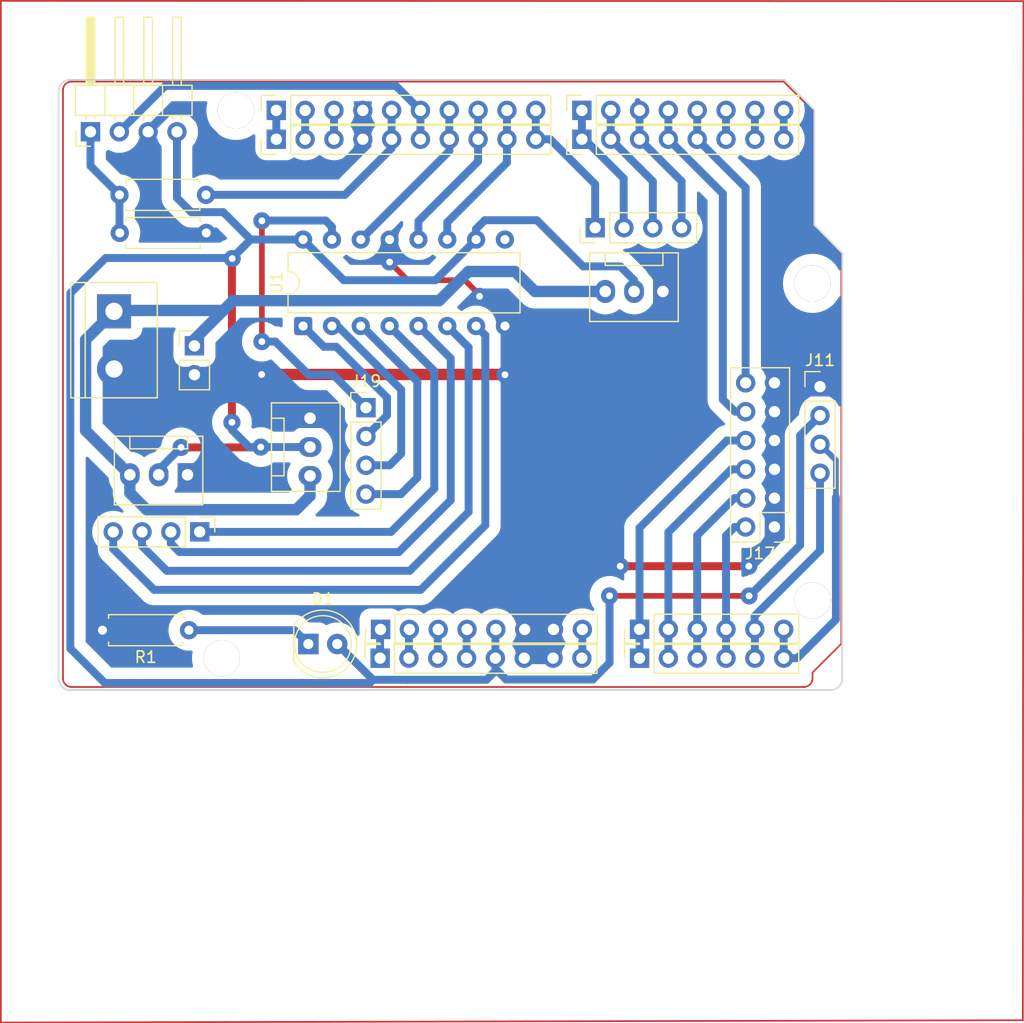
<source format=kicad_pcb>
(kicad_pcb (version 20241229) (generator "pcbnew") (generator_version "9.0")
  (title_block (date "mar. 31 mars 2015"))
  (layers (0 "F.Cu" signal) (2 "B.Cu" signal) (13 "F.Paste" user) (15 "B.Paste" user) (5 "F.SilkS" user "F.Silkscreen") (7 "B.SilkS" user "B.Silkscreen") (1 "F.Mask" user) (3 "B.Mask" user) (25 "Edge.Cuts" user))
  (net 0 "")
  (net 1 "unconnected-(J1-Pin_1-Pad1)")
  (net 2 "+5V")
  (net 3 "/IOREF")
  (net 4 "/A0")
  (net 5 "/A1")
  (net 6 "/A2")
  (net 7 "/A3")
  (net 8 "/SDA{slash}A4")
  (net 9 "/SCL{slash}A5")
  (net 10 "/13")
  (net 11 "/12")
  (net 12 "/AREF")
  (net 13 "/8")
  (net 14 "/7")
  (net 15 "/4")
  (net 16 "/TX{slash}1")
  (net 17 "/RX{slash}0")
  (net 18 "Earth")
  (net 19 "Vdrive")
  (net 20 "Net-(D1-K)")
  (net 21 "Net-(J19-Pin_1)")
  (net 22 "Net-(J19-Pin_2)")
  (net 23 "Net-(J19-Pin_4)")
  (net 24 "Net-(J19-Pin_3)")
  (net 25 "unconnected-(J1-Pin_4-Pad4)")
  (net 26 "/Vin")
  (net 28 "/~{RESET}")
  (net 29 "/*11")
  (net 30 "/*10")
  (net 31 "/*9")
  (net 32 "/2")
  (net 33 "/*3")
  (net 34 "/*6")
  (net 35 "/*5")
  (net 36 "Net-(J10-Pin_1)")
  (net 37 "Net-(J12-Pin_2)")
  (net 38 "Net-(J12-Pin_1)")
  (net 39 "Net-(J12-Pin_4)")
  (net 40 "Net-(J12-Pin_3)")
  (footprint "Connector:FanPinHeader_1x03_P2.54mm_Vertical" (layer "F.Cu") (at 156.0947 92.2952 -90)
    (property "Reference" "J18" (hide yes))
    (property "Value" "Drivers VCC" (hide yes))
    (pad "1" thru_hole rect (at 0 0) (size 2.03 1.73) (drill 1.02) (layers "*.Cu" "*.Mask") (net 18 "Earth"))
    (pad "2" thru_hole oval (at 2.54 0) (size 2.03 1.73) (drill 1.02) (layers "*.Cu" "*.Mask") (net 2 "+5V"))
    (pad "3" thru_hole oval (at 5.08 0) (size 2.03 1.73) (drill 1.02) (layers "*.Cu" "*.Mask") (net 19 "Vdrive"))
  )
  (footprint "LED_THT:LED_D5.0mm" (layer "F.Cu") (at 155.9512 112.192)
    (property "Reference" "D1" (at 1.27 -3.96 0) (layer "F.SilkS"))
    (property "Value" "LED")
    (pad "1" thru_hole rect (at 0 0) (size 1.8 1.8) (drill 0.9) (layers "*.Cu" "*.Mask") (net 20 "Net-(D1-K)"))
    (pad "2" thru_hole circle (at 2.54 0) (size 1.8 1.8) (drill 0.9) (layers "*.Cu" "*.Mask") (net 2 "+5V"))
  )
  (footprint "Resistor_THT:R_Axial_DIN0207_L6.3mm_D2.5mm_P7.62mm_Horizontal" (layer "F.Cu") (at 145.4279 110.9728 180)
    (property "Reference" "R1" (at 3.81 -2.37 0) (layer "F.SilkS"))
    (property "Value" "1k")
    (pad "1" thru_hole circle (at 0 0 180) (size 1.6 1.6) (drill 0.8) (layers "*.Cu" "*.Mask") (net 20 "Net-(D1-K)"))
    (pad "2" thru_hole oval (at 7.62 0 180) (size 1.6 1.6) (drill 0.8) (layers "*.Cu" "*.Mask") (net 18 "Earth"))
  )
  (footprint "Connector_PinSocket_2.54mm:PinSocket_1x10_P2.54mm_Vertical" (layer "F.Cu") (at 153.1241 65.1766 90)
    (property "Reference" "J2" (hide yes))
    (property "Value" "Digital/PWM" (hide yes))
    (pad "1" thru_hole rect (at 0 0 90) (size 1.7 1.7) (drill 1) (layers "*.Cu" "*.Mask") (net 9 "/SCL{slash}A5"))
    (pad "2" thru_hole oval (at 0 2.54 90) (size 1.7 1.7) (drill 1) (layers "*.Cu" "*.Mask") (net 8 "/SDA{slash}A4"))
    (pad "3" thru_hole oval (at 0 5.08 90) (size 1.7 1.7) (drill 1) (layers "*.Cu" "*.Mask") (net 12 "/AREF"))
    (pad "4" thru_hole oval (at 0 7.62 90) (size 1.7 1.7) (drill 1) (layers "*.Cu" "*.Mask") (net 18 "Earth"))
    (pad "5" thru_hole oval (at 0 10.16 90) (size 1.7 1.7) (drill 1) (layers "*.Cu" "*.Mask") (net 10 "/13"))
    (pad "6" thru_hole oval (at 0 12.7 90) (size 1.7 1.7) (drill 1) (layers "*.Cu" "*.Mask") (net 11 "/12"))
    (pad "7" thru_hole oval (at 0 15.24 90) (size 1.7 1.7) (drill 1) (layers "*.Cu" "*.Mask") (net 29 "/*11"))
    (pad "8" thru_hole oval (at 0 17.78 90) (size 1.7 1.7) (drill 1) (layers "*.Cu" "*.Mask") (net 30 "/*10"))
    (pad "9" thru_hole oval (at 0 20.32 90) (size 1.7 1.7) (drill 1) (layers "*.Cu" "*.Mask") (net 31 "/*9"))
    (pad "10" thru_hole oval (at 0 22.86 90) (size 1.7 1.7) (drill 1) (layers "*.Cu" "*.Mask") (net 13 "/8"))
  )
  (footprint "Resistor_THT:R_Axial_DIN0207_L6.3mm_D2.5mm_P7.62mm_Horizontal" (layer "F.Cu") (at 146.9265 72.6188 180)
    (property "Reference" "R2" (hide yes))
    (property "Value" "1k" (hide yes))
    (pad "1" thru_hole circle (at 0 0 180) (size 1.6 1.6) (drill 0.8) (layers "*.Cu" "*.Mask") (net 10 "/13"))
    (pad "2" thru_hole oval (at 7.62 0 180) (size 1.6 1.6) (drill 0.8) (layers "*.Cu" "*.Mask") (net 36 "Net-(J10-Pin_1)"))
  )
  (footprint "Connector_PinHeader_2.54mm:PinHeader_1x10_P2.54mm_Vertical" (layer "F.Cu") (at 153.1241 67.7166 90)
    (property "Reference" "J15" (hide yes))
    (property "Value" "Digital/PWM" (hide yes))
    (pad "1" thru_hole rect (at 0 0 90) (size 1.7 1.7) (drill 1) (layers "*.Cu" "*.Mask") (net 9 "/SCL{slash}A5"))
    (pad "2" thru_hole oval (at 0 2.54 90) (size 1.7 1.7) (drill 1) (layers "*.Cu" "*.Mask") (net 8 "/SDA{slash}A4"))
    (pad "3" thru_hole oval (at 0 5.08 90) (size 1.7 1.7) (drill 1) (layers "*.Cu" "*.Mask") (net 12 "/AREF"))
    (pad "4" thru_hole oval (at 0 7.62 90) (size 1.7 1.7) (drill 1) (layers "*.Cu" "*.Mask") (net 18 "Earth"))
    (pad "5" thru_hole oval (at 0 10.16 90) (size 1.7 1.7) (drill 1) (layers "*.Cu" "*.Mask") (net 10 "/13"))
    (pad "6" thru_hole oval (at 0 12.7 90) (size 1.7 1.7) (drill 1) (layers "*.Cu" "*.Mask") (net 11 "/12"))
    (pad "7" thru_hole oval (at 0 15.24 90) (size 1.7 1.7) (drill 1) (layers "*.Cu" "*.Mask") (net 29 "/*11"))
    (pad "8" thru_hole oval (at 0 17.78 90) (size 1.7 1.7) (drill 1) (layers "*.Cu" "*.Mask") (net 30 "/*10"))
    (pad "9" thru_hole oval (at 0 20.32 90) (size 1.7 1.7) (drill 1) (layers "*.Cu" "*.Mask") (net 31 "/*9"))
    (pad "10" thru_hole oval (at 0 22.86 90) (size 1.7 1.7) (drill 1) (layers "*.Cu" "*.Mask") (net 13 "/8"))
  )
  (footprint "Connector_PinHeader_2.54mm:PinHeader_1x08_P2.54mm_Vertical" (layer "F.Cu") (at 180.0481 67.7166 90)
    (property "Reference" "J16" (hide yes))
    (property "Value" "Digital/PWM" (hide yes))
    (pad "1" thru_hole rect (at 0 0 90) (size 1.7 1.7) (drill 1) (layers "*.Cu" "*.Mask") (net 14 "/7"))
    (pad "2" thru_hole oval (at 0 2.54 90) (size 1.7 1.7) (drill 1) (layers "*.Cu" "*.Mask") (net 34 "/*6"))
    (pad "3" thru_hole oval (at 0 5.08 90) (size 1.7 1.7) (drill 1) (layers "*.Cu" "*.Mask") (net 35 "/*5"))
    (pad "4" thru_hole oval (at 0 7.62 90) (size 1.7 1.7) (drill 1) (layers "*.Cu" "*.Mask") (net 15 "/4"))
    (pad "5" thru_hole oval (at 0 10.16 90) (size 1.7 1.7) (drill 1) (layers "*.Cu" "*.Mask") (net 33 "/*3"))
    (pad "6" thru_hole oval (at 0 12.7 90) (size 1.7 1.7) (drill 1) (layers "*.Cu" "*.Mask") (net 32 "/2"))
    (pad "7" thru_hole oval (at 0 15.24 90) (size 1.7 1.7) (drill 1) (layers "*.Cu" "*.Mask") (net 16 "/TX{slash}1"))
    (pad "8" thru_hole oval (at 0 17.78 90) (size 1.7 1.7) (drill 1) (layers "*.Cu" "*.Mask") (net 17 "/RX{slash}0"))
  )
  (footprint "Arduino_MountingHole:MountingHole_3.2mm" (layer "F.Cu") (at 200.3681 80.4166)
    (property "Reference" "MH3" (hide yes))
    (property "Value" "MountingHole_3.2mm" (hide yes))
    (pad "" thru_hole circle (at 0 0) (size 3.2 3.2) (drill 3.2) (layers "*.Cu" "*.Mask"))
  )
  (footprint "Connector:FanPinHeader_1x03_P2.54mm_Vertical" (layer "F.Cu") (at 187.1855 81.1278 180)
    (property "Reference" "J18" (hide yes))
    (property "Value" "Drivers VCC" (hide yes))
    (pad "1" thru_hole rect (at 0 0 270) (size 2.03 1.73) (drill 1.02) (layers "*.Cu" "*.Mask") (net 18 "Earth"))
    (pad "2" thru_hole oval (at 2.54 0 270) (size 2.03 1.73) (drill 1.02) (layers "*.Cu" "*.Mask") (net 2 "+5V"))
    (pad "3" thru_hole oval (at 5.08 0 270) (size 2.03 1.73) (drill 1.02) (layers "*.Cu" "*.Mask") (net 19 "Vdrive"))
  )
  (footprint "Connector_PinHeader_2.54mm:PinHeader_2x06_P2.54mm_Vertical" (layer "F.Cu") (at 197.0153 101.8796 180)
    (property "Reference" "J17" (at 1.27 -2.33 0) (layer "F.SilkS"))
    (property "Value" "Sensores")
    (pad "1" thru_hole rect (at 0 0 180) (size 1.7 1.7) (drill 1) (layers "*.Cu" "*.Mask") (net 18 "Earth"))
    (pad "2" thru_hole oval (at 2.54 0 180) (size 1.7 1.7) (drill 1) (layers "*.Cu" "*.Mask") (net 7 "/A3"))
    (pad "3" thru_hole oval (at 0 2.54 180) (size 1.7 1.7) (drill 1) (layers "*.Cu" "*.Mask") (net 18 "Earth"))
    (pad "4" thru_hole oval (at 2.54 2.54 180) (size 1.7 1.7) (drill 1) (layers "*.Cu" "*.Mask") (net 6 "/A2"))
    (pad "5" thru_hole oval (at 0 5.08 180) (size 1.7 1.7) (drill 1) (layers "*.Cu" "*.Mask") (net 18 "Earth"))
    (pad "6" thru_hole oval (at 2.54 5.08 180) (size 1.7 1.7) (drill 1) (layers "*.Cu" "*.Mask") (net 5 "/A1"))
    (pad "7" thru_hole oval (at 0 7.62 180) (size 1.7 1.7) (drill 1) (layers "*.Cu" "*.Mask") (net 18 "Earth"))
    (pad "8" thru_hole oval (at 2.54 7.62 180) (size 1.7 1.7) (drill 1) (layers "*.Cu" "*.Mask") (net 4 "/A0"))
    (pad "9" thru_hole oval (at 0 10.16 180) (size 1.7 1.7) (drill 1) (layers "*.Cu" "*.Mask") (net 18 "Earth"))
    (pad "10" thru_hole oval (at 2.54 10.16 180) (size 1.7 1.7) (drill 1) (layers "*.Cu" "*.Mask") (net 15 "/4"))
    (pad "11" thru_hole oval (at 0 12.7 180) (size 1.7 1.7) (drill 1) (layers "*.Cu" "*.Mask") (net 18 "Earth"))
    (pad "12" thru_hole oval (at 2.54 12.7 180) (size 1.7 1.7) (drill 1) (layers "*.Cu" "*.Mask") (net 33 "/*3"))
  )
  (footprint "Connector_PinHeader_2.54mm:PinHeader_1x08_P2.54mm_Vertical" (layer "F.Cu") (at 162.3081 110.9066 90)
    (property "Reference" "J13" (hide yes))
    (property "Value" "Power" (hide yes))
    (pad "1" thru_hole rect (at 0 0 90) (size 1.7 1.7) (drill 1) (layers "*.Cu" "*.Mask") (net 1 "unconnected-(J1-Pin_1-Pad1)"))
    (pad "2" thru_hole oval (at 0 2.54 90) (size 1.7 1.7) (drill 1) (layers "*.Cu" "*.Mask") (net 3 "/IOREF"))
    (pad "3" thru_hole oval (at 0 5.08 90) (size 1.7 1.7) (drill 1) (layers "*.Cu" "*.Mask") (net 28 "/~{RESET}"))
    (pad "4" thru_hole oval (at 0 7.62 90) (size 1.7 1.7) (drill 1) (layers "*.Cu" "*.Mask") (net 25 "unconnected-(J1-Pin_4-Pad4)"))
    (pad "5" thru_hole oval (at 0 10.16 90) (size 1.7 1.7) (drill 1) (layers "*.Cu" "*.Mask") (net 2 "+5V"))
    (pad "6" thru_hole oval (at 0 12.7 90) (size 1.7 1.7) (drill 1) (layers "*.Cu" "*.Mask") (net 18 "Earth"))
    (pad "7" thru_hole oval (at 0 15.24 90) (size 1.7 1.7) (drill 1) (layers "*.Cu" "*.Mask") (net 18 "Earth"))
    (pad "8" thru_hole oval (at 0 17.78 90) (size 1.7 1.7) (drill 1) (layers "*.Cu" "*.Mask") (net 26 "/Vin"))
  )
  (footprint "Connector_PinHeader_2.54mm:PinHeader_1x04_P2.54mm_Vertical" (layer "F.Cu") (at 146.3745 102.3126 -90)
    (property "Reference" "J12" (hide yes))
    (property "Value" "MYF" (hide yes))
    (pad "1" thru_hole rect (at 0 0 270) (size 1.7 1.7) (drill 1) (layers "*.Cu" "*.Mask") (net 38 "Net-(J12-Pin_1)"))
    (pad "2" thru_hole oval (at 0 2.54 270) (size 1.7 1.7) (drill 1) (layers "*.Cu" "*.Mask") (net 37 "Net-(J12-Pin_2)"))
    (pad "3" thru_hole oval (at 0 5.08 270) (size 1.7 1.7) (drill 1) (layers "*.Cu" "*.Mask") (net 40 "Net-(J12-Pin_3)"))
    (pad "4" thru_hole oval (at 0 7.62 270) (size 1.7 1.7) (drill 1) (layers "*.Cu" "*.Mask") (net 39 "Net-(J12-Pin_4)"))
  )
  (footprint "Connector_PinHeader_2.54mm:PinHeader_1x02_P2.54mm_Vertical" (layer "F.Cu") (at 145.9105 85.9234)
    (property "Reference" "J8" (hide yes))
    (property "Value" "FAN")
    (pad "1" thru_hole rect (at 0 0) (size 1.7 1.7) (drill 1) (layers "*.Cu" "*.Mask") (net 19 "Vdrive"))
    (pad "2" thru_hole oval (at 0 2.54) (size 1.7 1.7) (drill 1) (layers "*.Cu" "*.Mask") (net 18 "Earth"))
  )
  (footprint "Connector_PinHeader_2.54mm:PinHeader_1x06_P2.54mm_Vertical" (layer "F.Cu") (at 185.1281 110.8966 90)
    (property "Reference" "J14" (hide yes))
    (property "Value" "Analog" (hide yes))
    (pad "1" thru_hole rect (at 0 0 90) (size 1.7 1.7) (drill 1) (layers "*.Cu" "*.Mask") (net 4 "/A0"))
    (pad "2" thru_hole oval (at 0 2.54 90) (size 1.7 1.7) (drill 1) (layers "*.Cu" "*.Mask") (net 5 "/A1"))
    (pad "3" thru_hole oval (at 0 5.08 90) (size 1.7 1.7) (drill 1) (layers "*.Cu" "*.Mask") (net 6 "/A2"))
    (pad "4" thru_hole oval (at 0 7.62 90) (size 1.7 1.7) (drill 1) (layers "*.Cu" "*.Mask") (net 7 "/A3"))
    (pad "5" thru_hole oval (at 0 10.16 90) (size 1.7 1.7) (drill 1) (layers "*.Cu" "*.Mask") (net 8 "/SDA{slash}A4"))
    (pad "6" thru_hole oval (at 0 12.7 90) (size 1.7 1.7) (drill 1) (layers "*.Cu" "*.Mask") (net 9 "/SCL{slash}A5"))
  )
  (footprint "Resistor_THT:R_Axial_DIN0207_L6.3mm_D2.5mm_P7.62mm_Horizontal" (layer "F.Cu") (at 146.9519 75.9716 180)
    (property "Reference" "R3" (hide yes))
    (property "Value" "1.8k" (hide yes))
    (pad "1" thru_hole circle (at 0 0 180) (size 1.6 1.6) (drill 0.8) (layers "*.Cu" "*.Mask") (net 18 "Earth"))
    (pad "2" thru_hole oval (at 7.62 0 180) (size 1.6 1.6) (drill 0.8) (layers "*.Cu" "*.Mask") (net 36 "Net-(J10-Pin_1)"))
  )
  (footprint "Connector_PinHeader_2.54mm:PinHeader_1x04_P2.54mm_Vertical" (layer "F.Cu") (at 201.0285 89.5198)
    (property "Reference" "J11" (at 0 -2.33 0) (layer "F.SilkS"))
    (property "Value" "I2C")
    (pad "1" thru_hole rect (at 0 0) (size 1.7 1.7) (drill 1) (layers "*.Cu" "*.Mask") (net 18 "Earth"))
    (pad "2" thru_hole oval (at 0 2.54) (size 1.7 1.7) (drill 1) (layers "*.Cu" "*.Mask") (net 2 "+5V"))
    (pad "3" thru_hole oval (at 0 5.08) (size 1.7 1.7) (drill 1) (layers "*.Cu" "*.Mask") (net 9 "/SCL{slash}A5"))
    (pad "4" thru_hole oval (at 0 7.62) (size 1.7 1.7) (drill 1) (layers "*.Cu" "*.Mask") (net 8 "/SDA{slash}A4"))
  )
  (footprint "Connector_PinSocket_2.54mm:PinSocket_1x08_P2.54mm_Vertical" (layer "F.Cu") (at 162.2681 113.4366 90)
    (property "Reference" "J1" (hide yes))
    (property "Value" "Power" (hide yes))
    (pad "1" thru_hole rect (at 0 0 90) (size 1.7 1.7) (drill 1) (layers "*.Cu" "*.Mask") (net 1 "unconnected-(J1-Pin_1-Pad1)"))
    (pad "2" thru_hole oval (at 0 2.54 90) (size 1.7 1.7) (drill 1) (layers "*.Cu" "*.Mask") (net 3 "/IOREF"))
    (pad "3" thru_hole oval (at 0 5.08 90) (size 1.7 1.7) (drill 1) (layers "*.Cu" "*.Mask") (net 28 "/~{RESET}"))
    (pad "4" thru_hole oval (at 0 7.62 90) (size 1.7 1.7) (drill 1) (layers "*.Cu" "*.Mask") (net 25 "unconnected-(J1-Pin_4-Pad4)"))
    (pad "5" thru_hole oval (at 0 10.16 90) (size 1.7 1.7) (drill 1) (layers "*.Cu" "*.Mask") (net 2 "+5V"))
    (pad "6" thru_hole oval (at 0 12.7 90) (size 1.7 1.7) (drill 1) (layers "*.Cu" "*.Mask") (net 18 "Earth"))
    (pad "7" thru_hole oval (at 0 15.24 90) (size 1.7 1.7) (drill 1) (layers "*.Cu" "*.Mask") (net 18 "Earth"))
    (pad "8" thru_hole oval (at 0 17.78 90) (size 1.7 1.7) (drill 1) (layers "*.Cu" "*.Mask") (net 26 "/Vin"))
  )
  (footprint "Arduino_MountingHole:MountingHole_3.2mm" (layer "F.Cu") (at 149.5681 65.1766)
    (property "Reference" "MH1" (hide yes))
    (property "Value" "MountingHole_3.2mm" (hide yes))
    (pad "" thru_hole circle (at 0 0) (size 3.2 3.2) (drill 3.2) (layers "*.Cu" "*.Mask"))
  )
  (footprint "Package_DIP:DIP-16_W7.62mm" (layer "F.Cu") (at 155.4863 84.1758 90)
    (property "Reference" "U1" (at 3.81 -2.33 90) (layer "F.SilkS"))
    (property "Value" "74HC595")
    (pad "1" thru_hole roundrect (at 0 0 90) (size 1.6 1.6) (drill 0.8) (layers "*.Cu" "*.Mask") (roundrect_rratio 0.15625) (net 22 "Net-(J19-Pin_2)"))
    (pad "2" thru_hole circle (at 0 2.54 90) (size 1.6 1.6) (drill 0.8) (layers "*.Cu" "*.Mask") (net 24 "Net-(J19-Pin_3)"))
    (pad "3" thru_hole circle (at 0 5.08 90) (size 1.6 1.6) (drill 0.8) (layers "*.Cu" "*.Mask") (net 23 "Net-(J19-Pin_4)"))
    (pad "4" thru_hole circle (at 0 7.62 90) (size 1.6 1.6) (drill 0.8) (layers "*.Cu" "*.Mask") (net 38 "Net-(J12-Pin_1)"))
    (pad "5" thru_hole circle (at 0 10.16 90) (size 1.6 1.6) (drill 0.8) (layers "*.Cu" "*.Mask") (net 37 "Net-(J12-Pin_2)"))
    (pad "6" thru_hole circle (at 0 12.7 90) (size 1.6 1.6) (drill 0.8) (layers "*.Cu" "*.Mask") (net 40 "Net-(J12-Pin_3)"))
    (pad "7" thru_hole circle (at 0 15.24 90) (size 1.6 1.6) (drill 0.8) (layers "*.Cu" "*.Mask") (net 39 "Net-(J12-Pin_4)"))
    (pad "8" thru_hole circle (at 0 17.78 90) (size 1.6 1.6) (drill 0.8) (layers "*.Cu" "*.Mask") (net 18 "Earth"))
    (pad "9" thru_hole circle (at 7.62 17.78 90) (size 1.6 1.6) (drill 0.8) (layers "*.Cu" "*.Mask"))
    (pad "10" thru_hole circle (at 7.62 15.24 90) (size 1.6 1.6) (drill 0.8) (layers "*.Cu" "*.Mask") (net 2 "+5V"))
    (pad "11" thru_hole circle (at 7.62 12.7 90) (size 1.6 1.6) (drill 0.8) (layers "*.Cu" "*.Mask") (net 31 "/*9"))
    (pad "12" thru_hole circle (at 7.62 10.16 90) (size 1.6 1.6) (drill 0.8) (layers "*.Cu" "*.Mask") (net 30 "/*10"))
    (pad "13" thru_hole circle (at 7.62 7.62 90) (size 1.6 1.6) (drill 0.8) (layers "*.Cu" "*.Mask") (net 18 "Earth"))
    (pad "14" thru_hole circle (at 7.62 5.08 90) (size 1.6 1.6) (drill 0.8) (layers "*.Cu" "*.Mask") (net 29 "/*11"))
    (pad "15" thru_hole circle (at 7.62 2.54 90) (size 1.6 1.6) (drill 0.8) (layers "*.Cu" "*.Mask") (net 21 "Net-(J19-Pin_1)"))
    (pad "16" thru_hole circle (at 7.62 0 90) (size 1.6 1.6) (drill 0.8) (layers "*.Cu" "*.Mask") (net 2 "+5V"))
  )
  (footprint "TerminalBlock:TerminalBlock_bornier-2_P5.08mm" (layer "F.Cu") (at 138.8239 82.8804 -90)
    (property "Reference" "J5" (hide yes))
    (property "Value" "Vdrive")
    (pad "1" thru_hole rect (at 0 0 270) (size 3 3) (drill 1.52) (layers "*.Cu" "*.Mask") (net 19 "Vdrive"))
    (pad "2" thru_hole circle (at 5.08 0 270) (size 3 3) (drill 1.52) (layers "*.Cu" "*.Mask") (net 18 "Earth"))
  )
  (footprint "Connector_PinHeader_2.54mm:PinHeader_1x04_P2.54mm_Vertical" (layer "F.Cu") (at 161.0235 91.364)
    (property "Reference" "J19" (at 0 -2.33 0) (layer "F.SilkS"))
    (property "Value" "MXF")
    (pad "1" thru_hole rect (at 0 0) (size 1.7 1.7) (drill 1) (layers "*.Cu" "*.Mask") (net 21 "Net-(J19-Pin_1)"))
    (pad "2" thru_hole oval (at 0 2.54) (size 1.7 1.7) (drill 1) (layers "*.Cu" "*.Mask") (net 22 "Net-(J19-Pin_2)"))
    (pad "3" thru_hole oval (at 0 5.08) (size 1.7 1.7) (drill 1) (layers "*.Cu" "*.Mask") (net 24 "Net-(J19-Pin_3)"))
    (pad "4" thru_hole oval (at 0 7.62) (size 1.7 1.7) (drill 1) (layers "*.Cu" "*.Mask") (net 23 "Net-(J19-Pin_4)"))
  )
  (footprint "Connector_PinSocket_2.54mm:PinSocket_1x08_P2.54mm_Vertical" (layer "F.Cu") (at 180.0481 65.1766 90)
    (property "Reference" "J4" (hide yes))
    (property "Value" "Digital/PWM" (hide yes))
    (pad "1" thru_hole rect (at 0 0 90) (size 1.7 1.7) (drill 1) (layers "*.Cu" "*.Mask") (net 14 "/7"))
    (pad "2" thru_hole oval (at 0 2.54 90) (size 1.7 1.7) (drill 1) (layers "*.Cu" "*.Mask") (net 34 "/*6"))
    (pad "3" thru_hole oval (at 0 5.08 90) (size 1.7 1.7) (drill 1) (layers "*.Cu" "*.Mask") (net 35 "/*5"))
    (pad "4" thru_hole oval (at 0 7.62 90) (size 1.7 1.7) (drill 1) (layers "*.Cu" "*.Mask") (net 15 "/4"))
    (pad "5" thru_hole oval (at 0 10.16 90) (size 1.7 1.7) (drill 1) (layers "*.Cu" "*.Mask") (net 33 "/*3"))
    (pad "6" thru_hole oval (at 0 12.7 90) (size 1.7 1.7) (drill 1) (layers "*.Cu" "*.Mask") (net 32 "/2"))
    (pad "7" thru_hole oval (at 0 15.24 90) (size 1.7 1.7) (drill 1) (layers "*.Cu" "*.Mask") (net 16 "/TX{slash}1"))
    (pad "8" thru_hole oval (at 0 17.78 90) (size 1.7 1.7) (drill 1) (layers "*.Cu" "*.Mask") (net 17 "/RX{slash}0"))
  )
  (footprint "Connector_PinHeader_2.54mm:PinHeader_1x04_P2.54mm_Horizontal" (layer "F.Cu") (at 136.7511 67.0624 90)
    (property "Reference" "J10" (hide yes))
    (property "Value" "Bluetooth")
    (pad "1" thru_hole rect (at 0 0 90) (size 1.7 1.7) (drill 1) (layers "*.Cu" "*.Mask") (net 36 "Net-(J10-Pin_1)"))
    (pad "2" thru_hole oval (at 0 2.54 90) (size 1.7 1.7) (drill 1) (layers "*.Cu" "*.Mask") (net 11 "/12"))
    (pad "3" thru_hole oval (at 0 5.08 90) (size 1.7 1.7) (drill 1) (layers "*.Cu" "*.Mask") (net 18 "Earth"))
    (pad "4" thru_hole oval (at 0 7.62 90) (size 1.7 1.7) (drill 1) (layers "*.Cu" "*.Mask") (net 2 "+5V"))
  )
  (footprint "Connector_PinHeader_2.54mm:PinHeader_1x04_P2.54mm_Vertical" (layer "F.Cu") (at 181.2165 75.5144 90)
    (property "Reference" "J20" (hide yes))
    (property "Value" "MZF" (hide yes))
    (pad "1" thru_hole rect (at 0 0 90) (size 1.7 1.7) (drill 1) (layers "*.Cu" "*.Mask") (net 13 "/8"))
    (pad "2" thru_hole oval (at 0 2.54 90) (size 1.7 1.7) (drill 1) (layers "*.Cu" "*.Mask") (net 14 "/7"))
    (pad "3" thru_hole oval (at 0 5.08 90) (size 1.7 1.7) (drill 1) (layers "*.Cu" "*.Mask") (net 34 "/*6"))
    (pad "4" thru_hole oval (at 0 7.62 90) (size 1.7 1.7) (drill 1) (layers "*.Cu" "*.Mask") (net 35 "/*5"))
  )
  (footprint "Connector_PinSocket_2.54mm:PinSocket_1x06_P2.54mm_Vertical" (layer "F.Cu") (at 185.1281 113.4366 90)
    (property "Reference" "J3" (hide yes))
    (property "Value" "Analog" (hide yes))
    (pad "1" thru_hole rect (at 0 0 90) (size 1.7 1.7) (drill 1) (layers "*.Cu" "*.Mask") (net 4 "/A0"))
    (pad "2" thru_hole oval (at 0 2.54 90) (size 1.7 1.7) (drill 1) (layers "*.Cu" "*.Mask") (net 5 "/A1"))
    (pad "3" thru_hole oval (at 0 5.08 90) (size 1.7 1.7) (drill 1) (layers "*.Cu" "*.Mask") (net 6 "/A2"))
    (pad "4" thru_hole oval (at 0 7.62 90) (size 1.7 1.7) (drill 1) (layers "*.Cu" "*.Mask") (net 7 "/A3"))
    (pad "5" thru_hole oval (at 0 10.16 90) (size 1.7 1.7) (drill 1) (layers "*.Cu" "*.Mask") (net 8 "/SDA{slash}A4"))
    (pad "6" thru_hole oval (at 0 12.7 90) (size 1.7 1.7) (drill 1) (layers "*.Cu" "*.Mask") (net 9 "/SCL{slash}A5"))
  )
  (footprint "Arduino_MountingHole:MountingHole_3.2mm" (layer "F.Cu") (at 148.2981 113.4366)
    (property "Reference" "MH2" (hide yes))
    (property "Value" "MountingHole_3.2mm" (hide yes))
    (pad "" thru_hole circle (at 0 0) (size 3.2 3.2) (drill 3.2) (layers "*.Cu" "*.Mask"))
  )
  (footprint "Arduino_MountingHole:MountingHole_3.2mm" (layer "F.Cu") (at 200.3681 108.3566)
    (property "Reference" "MH4" (hide yes))
    (property "Value" "MountingHole_3.2mm" (hide yes))
    (pad "" thru_hole circle (at 0 0) (size 3.2 3.2) (drill 3.2) (layers "*.Cu" "*.Mask"))
  )
  (footprint "Connector:FanPinHeader_1x03_P2.54mm_Vertical" (layer "F.Cu") (at 145.3009 97.2822 180)
    (property "Reference" "J18" (hide yes))
    (property "Value" "Drivers VCC" (hide yes))
    (pad "1" thru_hole rect (at 0 0 270) (size 2.03 1.73) (drill 1.02) (layers "*.Cu" "*.Mask") (net 18 "Earth"))
    (pad "2" thru_hole oval (at 2.54 0 270) (size 2.03 1.73) (drill 1.02) (layers "*.Cu" "*.Mask") (net 2 "+5V"))
    (pad "3" thru_hole oval (at 5.08 0 270) (size 2.03 1.73) (drill 1.02) (layers "*.Cu" "*.Mask") (net 19 "Vdrive"))
  )
  (gr_line (start 128.8544 145.5422) (end 128.8544 55.5246) (stroke (width 0.15)) (layer "F.Cu") (net 2))
  (gr_line (start 200.3681 65.1766) (end 200.3681 75.3366) (stroke (width 0.15)) (layer "F.Cu") (net 2))
  (gr_arc (start 134.3281 63.3986) (mid 134.551285 62.859785) (end 135.0901 62.6366) (stroke (width 0.15)) (layer "F.Cu") (net 2))
  (gr_line (start 197.8281 62.6366) (end 200.3681 65.1766) (stroke (width 0.15)) (layer "F.Cu") (net 2))
  (gr_line (start 200.3681 75.3366) (end 202.9081 77.8766) (stroke (width 0.15)) (layer "F.Cu") (net 2))
  (gr_line (start 202.9081 112.1666) (end 200.3681 114.7066) (stroke (width 0.15)) (layer "F.Cu") (net 2))
  (gr_line (start 218.9482 55.55) (end 218.8974 145.339) (stroke (width 0.15)) (layer "F.Cu") (net 2))
  (gr_arc (start 200.3681 115.2146) (mid 200.144915 115.753415) (end 199.6061 115.9766) (stroke (width 0.15)) (layer "F.Cu") (net 2))
  (gr_line (start 199.6061 115.9766) (end 135.0901 115.9766) (stroke (width 0.15)) (layer "F.Cu") (net 2))
  (gr_line (start 202.9081 77.8766) (end 202.9081 112.1666) (stroke (width 0.15)) (layer "F.Cu") (net 2))
  (gr_line (start 134.3281 115.2146) (end 134.3281 63.3986) (stroke (width 0.15)) (layer "F.Cu") (net 2))
  (gr_line (start 135.0901 62.6366) (end 197.8281 62.6366) (stroke (width 0.15)) (layer "F.Cu") (net 2))
  (gr_line (start 200.3681 114.7066) (end 200.3681 115.2146) (stroke (width 0.15)) (layer "F.Cu") (net 2))
  (gr_line (start 218.8974 145.339) (end 128.8544 145.5422) (stroke (width 0.15)) (layer "F.Cu") (net 2))
  (gr_arc (start 135.0901 115.9766) (mid 134.551285 115.753415) (end 134.3281 115.2146) (stroke (width 0.15)) (layer "F.Cu") (net 2))
  (gr_line (start 128.8544 55.5246) (end 218.9482 55.55) (stroke (width 0.15)) (layer "F.Cu") (net 2))
  (gr_line (start 201.9843 116.2384) (end 134.9393 116.2384) (stroke (width 0.15)) (layer "Edge.Cuts"))
  (gr_line (start 200.5205 75.2604) (end 200.5205 65.1258) (stroke (width 0.15)) (layer "Edge.Cuts"))
  (gr_line (start 133.9393 115.2384) (end 133.9393 63.4842) (stroke (width 0.15)) (layer "Edge.Cuts"))
  (gr_line (start 202.9843 77.7496) (end 202.9843 115.2384) (stroke (width 0.15)) (layer "Edge.Cuts"))
  (gr_arc (start 134.9393 116.2384) (mid 134.232193 115.945507) (end 133.9393 115.2384) (stroke (width 0.15)) (layer "Edge.Cuts"))
  (gr_arc (start 133.9393 63.4842) (mid 134.232193 62.777093) (end 134.9393 62.4842) (stroke (width 0.15)) (layer "Edge.Cuts"))
  (gr_line (start 200.5205 75.2604) (end 202.9843 77.7496) (stroke (width 0.15)) (layer "Edge.Cuts"))
  (gr_line (start 197.8789 62.4842) (end 200.5205 65.1258) (stroke (width 0.15)) (layer "Edge.Cuts"))
  (gr_line (start 134.9393 62.4842) (end 197.8789 62.4842) (stroke (width 0.15)) (layer "Edge.Cuts"))
  (gr_arc (start 202.9843 115.2384) (mid 202.691407 115.945507) (end 201.9843 116.2384) (stroke (width 0.15)) (layer "Edge.Cuts"))
  (segment (start 162.2681 110.9466) (end 162.3081 110.9066) (width 0.7) (layer "B.Cu") (net 1))
  (segment (start 162.2681 113.4366) (end 162.2681 110.9466) (width 0.7) (layer "B.Cu") (net 1))
  (segment (start 149.2125 92.6594) (end 149.2125 78.156) (width 0.7) (layer "F.Cu") (net 2))
  (segment (start 182.5373 107.9502) (end 182.5119 107.9756) (width 0.5) (layer "F.Cu") (net 2))
  (segment (start 194.8055 107.9502) (end 182.5373 107.9502) (width 0.5) (layer "F.Cu") (net 2))
  (segment (start 151.7779 94.8692) (end 151.8033 94.8438) (width 0.7) (layer "F.Cu") (net 2))
  (segment (start 144.7319 94.8692) (end 151.7779 94.8692) (width 0.7) (layer "F.Cu") (net 2))
  (via (at 144.7319 94.8692) (size 1.5) (drill 0.6) (layers "F.Cu" "B.Cu") (net 2))
  (via (at 149.2125 92.6594) (size 1.5) (drill 0.6) (layers "F.Cu" "B.Cu") (net 2))
  (via (at 149.2379 78.2322) (size 1.5) (drill 0.6) (layers "F.Cu" "B.Cu") (net 2))
  (via (at 151.7525 94.8438) (size 1.5) (drill 0.6) (layers "F.Cu" "B.Cu") (net 2))
  (via (at 194.7801 107.9502) (size 1.5) (drill 0.6) (layers "F.Cu" "B.Cu") (net 2))
  (via (at 182.4865 107.9502) (size 1.5) (drill 0.6) (layers "F.Cu" "B.Cu") (net 2))
  (segment (start 171.6407 115.3416) (end 172.4281 114.5542) (width 0.7) (layer "B.Cu") (net 2))
  (segment (start 149.2379 93.3452) (end 149.2379 92.6594) (width 0.7) (layer "B.Cu") (net 2))
  (segment (start 144.3711 67.0624) (end 144.3711 72.8828) (width 0.7) (layer "B.Cu") (net 2))
  (segment (start 171.4883 74.854) (end 170.7263 75.616) (width 0.7) (layer "B.Cu") (net 2))
  (segment (start 172.4281 113.4366) (end 172.4281 110.9466) (width 0.7) (layer "B.Cu") (net 2))
  (segment (start 182.4865 108.001) (end 182.4865 113.843) (width 0.7) (layer "B.Cu") (net 2))
  (segment (start 170.7263 75.616) (end 170.7263 76.5558) (width 0.7) (layer "B.Cu") (net 2))
  (segment (start 164.643 115.3416) (end 171.6407 115.3416) (width 0.7) (layer "B.Cu") (net 2))
  (segment (start 184.6455 81.1278) (end 184.6455 80.1372) (width 0.7) (layer "B.Cu") (net 2))
  (segment (start 170.7263 76.5558) (end 167.1449 80.1372) (width 0.7) (layer "B.Cu") (net 2))
  (segment (start 173.3679 115.3162) (end 172.4281 114.3764) (width 0.7) (layer "B.Cu") (net 2))
  (segment (start 150.7365 94.8438) (end 149.2379 93.3452) (width 0.7) (layer "B.Cu") (net 2))
  (segment (start 134.9758 81.2929) (end 134.9758 112.5857) (width 0.7) (layer "B.Cu") (net 2))
  (segment (start 142.9133 97.1298) (end 142.7609 97.2822) (width 0.7) (layer "B.Cu") (net 2))
  (segment (start 172.4281 110.9466) (end 172.4681 110.9066) (width 0.7) (layer "B.Cu") (net 2))
  (segment (start 159.0677 80.1372) (end 155.4863 76.5558) (width 0.7) (layer "B.Cu") (net 2))
  (segment (start 150.8635 76.5558) (end 155.4863 76.5558) (width 0.7) (layer "B.Cu") (net 2))
  (segment (start 167.1449 80.1372) (end 159.0677 80.1372) (width 0.7) (layer "B.Cu") (net 2))
  (segment (start 184.6455 80.1372) (end 183.4263 78.918) (width 0.7) (layer "B.Cu") (net 2))
  (segment (start 182.5119 107.9756) (end 182.5373 108.001) (width 0.5) (layer "B.Cu") (net 2))
  (segment (start 172.4281 114.5542) (end 172.4281 113.4366) (width 0.7) (layer "B.Cu") (net 2))
  (segment (start 182.5119 107.9756) (end 182.4865 108.001) (width 0.5) (layer "B.Cu") (net 2))
  (segment (start 149.2379 78.1814) (end 138.0873 78.1814) (width 0.7) (layer "B.Cu") (net 2))
  (segment (start 181.0133 115.3162) (end 173.3679 115.3162) (width 0.7) (layer "B.Cu") (net 2))
  (segment (start 161.3614 115.621) (end 161.6408 115.3416) (width 0.7) (layer "B.Cu") (net 2))
  (segment (start 182.4865 113.843) (end 181.0133 115.3162) (width 0.7) (layer "B.Cu") (net 2))
  (segment (start 194.8055 107.9502) (end 199.2759 103.4798) (width 0.7) (layer "B.Cu") (net 2))
  (segment (start 161.6408 115.3416) (end 164.643 115.3416) (width 0.7) (layer "B.Cu") (net 2))
  (segment (start 151.8033 94.8438) (end 150.7365 94.8438) (width 0.7) (layer "B.Cu") (net 2))
  (segment (start 176.0857 74.854) (end 171.4883 74.854) (width 0.7) (layer "B.Cu") (net 2))
  (segment (start 199.2759 103.4798) (end 199.2759 93.8124) (width 0.7) (layer "B.Cu") (net 2))
  (segment (start 134.9758 112.5857) (end 138.0111 115.621) (width 0.7) (layer "B.Cu") (net 2))
  (segment (start 156.0947 94.8352) (end 151.7185 94.8352) (width 0.7) (layer "B.Cu") (net 2))
  (segment (start 183.4263 78.918) (end 180.1497 78.918) (width 0.7) (layer "B.Cu") (net 2))
  (segment (start 142.7609 97.7242) (end 142.7609 97.2822) (width 0.7) (layer "B.Cu") (net 2))
  (segment (start 144.3711 72.8828) (end 145.6311 74.1428) (width 0.7) (layer "B.Cu") (net 2))
  (segment (start 151.7185 94.8352) (end 151.6763 94.793) (width 0.7) (layer "B.Cu") (net 2))
  (segment (start 199.2759 93.8124) (end 201.0285 92.0598) (width 0.7) (layer "B.Cu") (net 2))
  (segment (start 172.4281 114.3764) (end 172.4281 113.4366) (width 0.7) (layer "B.Cu") (net 2))
  (segment (start 145.6311 74.1428) (end 148.4505 74.1428) (width 0.7) (layer "B.Cu") (net 2))
  (segment (start 138.0873 78.1814) (end 134.9758 81.2929) (width 0.7) (layer "B.Cu") (net 2))
  (segment (start 180.1497 78.918) (end 176.0857 74.854) (width 0.7) (layer "B.Cu") (net 2))
  (segment (start 142.7609 97.2822) (end 142.7609 96.8402) (width 0.7) (layer "B.Cu") (net 2))
  (segment (start 158.4912 112.192) (end 161.6408 115.3416) (width 0.7) (layer "B.Cu") (net 2))
  (segment (start 138.0111 115.621) (end 161.3614 115.621) (width 0.7) (layer "B.Cu") (net 2))
  (segment (start 148.4505 74.1428) (end 150.8635 76.5558) (width 0.7) (layer "B.Cu") (net 2))
  (segment (start 142.7609 96.8402) (end 144.7319 94.8692) (width 0.7) (layer "B.Cu") (net 2))
  (segment (start 150.8635 76.5558) (end 149.2379 78.1814) (width 0.7) (layer "B.Cu") (net 2))
  (segment (start 164.8081 110.9466) (end 164.8481 110.9066) (width 0.7) (layer "B.Cu") (net 3))
  (segment (start 164.8081 113.4366) (end 164.8081 110.9466) (width 0.7) (layer "B.Cu") (net 3))
  (segment (start 185.1281 101.9558) (end 185.1281 110.8966) (width 0.7) (layer "B.Cu") (net 4))
  (segment (start 185.1281 113.4366) (end 185.1281 110.8966) (width 0.7) (layer "B.Cu") (net 4))
  (segment (start 194.4753 94.2596) (end 192.8243 94.2596) (width 0.7) (layer "B.Cu") (net 4))
  (segment (start 192.8243 94.2596) (end 185.1281 101.9558) (width 0.7) (layer "B.Cu") (net 4))
  (segment (start 194.4753 96.7996) (end 193.2053 96.7996) (width 0.7) (layer "B.Cu") (net 5))
  (segment (start 193.2053 96.7996) (end 187.6681 102.3368) (width 0.7) (layer "B.Cu") (net 5))
  (segment (start 187.6681 102.3368) (end 187.6681 110.8966) (width 0.7) (layer "B.Cu") (net 5))
  (segment (start 187.6681 113.4366) (end 187.6681 110.8966) (width 0.7) (layer "B.Cu") (net 5))
  (segment (start 190.2081 110.8966) (end 190.2081 102.6162) (width 0.7) (layer "B.Cu") (net 6))
  (segment (start 193.4847 99.3396) (end 194.4753 99.3396) (width 0.7) (layer "B.Cu") (net 6))
  (segment (start 190.2081 113.4366) (end 190.2081 110.8966) (width 0.7) (layer "B.Cu") (net 6))
  (segment (start 190.2081 102.6162) (end 193.4847 99.3396) (width 0.7) (layer "B.Cu") (net 6))
  (segment (start 192.7481 113.4366) (end 192.7481 110.8966) (width 0.7) (layer "B.Cu") (net 7))
  (segment (start 192.7481 102.6416) (end 192.7481 110.8966) (width 0.7) (layer "B.Cu") (net 7))
  (segment (start 193.5101 101.8796) (end 192.7481 102.6416) (width 0.7) (layer "B.Cu") (net 7))
  (segment (start 194.4753 101.8796) (end 193.5101 101.8796) (width 0.7) (layer "B.Cu") (net 7))
  (segment (start 155.6641 67.7166) (end 155.6641 65.1766) (width 0.7) (layer "B.Cu") (net 8))
  (segment (start 201.0285 103.9624) (end 201.0285 97.1398) (width 0.7) (layer "B.Cu") (net 8))
  (segment (start 195.2881 113.4366) (end 195.2881 110.8966) (width 0.7) (layer "B.Cu") (net 8))
  (segment (start 195.2881 110.8966) (end 195.2627 110.8712) (width 0.7) (layer "B.Cu") (net 8))
  (segment (start 195.2627 109.7282) (end 201.0285 103.9624) (width 0.7) (layer "B.Cu") (net 8))
  (segment (start 195.2627 110.8712) (end 195.2627 109.7282) (width 0.7) (layer "B.Cu") (net 8))
  (segment (start 197.8281 113.4366) (end 197.8281 110.8966) (width 0.7) (layer "B.Cu") (net 9))
  (segment (start 202.4295 110.037281) (end 199.030181 113.4366) (width 0.7) (layer "B.Cu") (net 9))
  (segment (start 201.0285 94.5998) (end 202.4295 96.0008) (width 0.5) (layer "B.Cu") (net 9))
  (segment (start 202.4295 96.0008) (end 202.4295 99.5682) (width 0.5) (layer "B.Cu") (net 9))
  (segment (start 202.4295 99.5682) (end 202.4295 110.037281) (width 0.7) (layer "B.Cu") (net 9))
  (segment (start 198.6663 113.4366) (end 197.8281 113.4366) (width 0.5) (layer "B.Cu") (net 9))
  (segment (start 202.4295 99.2594) (end 202.4295 99.5682) (width 0.7) (layer "B.Cu") (net 9))
  (segment (start 199.030181 113.4366) (end 197.8281 113.4366) (width 0.7) (layer "B.Cu") (net 9))
  (segment (start 153.1241 67.7166) (end 153.1241 65.1766) (width 0.7) (layer "B.Cu") (net 9))
  (segment (start 163.2841 68.504) (end 159.1693 72.6188) (width 0.7) (layer "B.Cu") (net 10))
  (segment (start 163.2841 67.7166) (end 163.2841 65.1766) (width 0.7) (layer "B.Cu") (net 10))
  (segment (start 159.1693 72.6188) (end 146.9265 72.6188) (width 0.7) (layer "B.Cu") (net 10))
  (segment (start 163.2841 67.7166) (end 163.2841 68.504) (width 0.7) (layer "B.Cu") (net 10))
  (segment (start 165.8241 67.7166) (end 165.8241 65.1766) (width 0.7) (layer "B.Cu") (net 11))
  (segment (start 163.6651 63.0176) (end 165.8241 65.1766) (width 0.7) (layer "B.Cu") (net 11))
  (segment (start 139.2911 67.0624) (end 143.3359 63.0176) (width 0.7) (layer "B.Cu") (net 11))
  (segment (start 143.3359 63.0176) (end 163.6651 63.0176) (width 0.7) (layer "B.Cu") (net 11))
  (segment (start 158.2041 67.7166) (end 158.2041 65.1766) (width 0.7) (layer "B.Cu") (net 12))
  (segment (start 175.9841 67.7166) (end 177.2541 67.7166) (width 0.7) (layer "B.Cu") (net 13))
  (segment (start 177.2541 67.7166) (end 181.2165 71.679) (width 0.7) (layer "B.Cu") (net 13))
  (segment (start 175.9841 67.7166) (end 175.9841 65.1766) (width 0.7) (layer "B.Cu") (net 13))
  (segment (start 181.2165 71.679) (end 181.2165 75.5144) (width 0.7) (layer "B.Cu") (net 13))
  (segment (start 180.2767 67.7166) (end 183.7311 71.171) (width 0.7) (layer "B.Cu") (net 14))
  (segment (start 183.7311 71.171) (end 183.7311 75.489) (width 0.7) (layer "B.Cu") (net 14))
  (segment (start 180.0481 67.7166) (end 180.2767 67.7166) (width 0.7) (layer "B.Cu") (net 14))
  (segment (start 180.0157 64.9014) (end 179.8867 65.0304) (width 0.5) (layer "B.Cu") (net 14))
  (segment (start 183.7311 75.489) (end 183.7565 75.5144) (width 0.7) (layer "B.Cu") (net 14))
  (segment (start 180.0481 67.7166) (end 180.0481 65.1766) (width 0.7) (layer "B.Cu") (net 14))
  (segment (start 192.4687 90.6528) (end 193.5355 91.7196) (width 0.7) (layer "B.Cu") (net 15))
  (segment (start 192.4687 72.5172) (end 192.4687 90.6528) (width 0.7) (layer "B.Cu") (net 15))
  (segment (start 187.6681 67.7166) (end 192.4687 72.5172) (width 0.7) (layer "B.Cu") (net 15))
  (segment (start 187.6681 67.7166) (end 187.6681 65.1766) (width 0.7) (layer "B.Cu") (net 15))
  (segment (start 193.5355 91.7196) (end 194.4753 91.7196) (width 0.7) (layer "B.Cu") (net 15))
  (segment (start 195.2881 67.7166) (end 195.2881 65.1766) (width 0.7) (layer "B.Cu") (net 16))
  (segment (start 197.8281 67.7166) (end 197.8281 65.1766) (width 0.7) (layer "B.Cu") (net 17))
  (segment (start 194.7547 105.334) (end 183.4263 105.334) (width 0.7) (layer "F.Cu") (net 18))
  (segment (start 169.7357 80.1372) (end 171.0819 81.4834) (width 0.5) (layer "F.Cu") (net 18))
  (segment (start 183.4517 105.3594) (end 183.4263 105.334) (width 0.7) (layer "F.Cu") (net 18))
  (segment (start 173.3171 88.443) (end 151.8541 88.443) (width 1) (layer "F.Cu") (net 18))
  (segment (start 163.1063 78.537) (end 164.7065 80.1372) (width 0.5) (layer "F.Cu") (net 18))
  (segment (start 151.8541 88.443) (end 151.8287 88.4684) (width 1) (layer "F.Cu") (net 18))
  (segment (start 164.7065 80.1372) (end 169.7357 80.1372) (width 0.5) (layer "F.Cu") (net 18))
  (via (at 194.7547 105.334) (size 1.5) (drill 0.6) (layers "F.Cu" "B.Cu") (net 18))
  (via (at 183.4263 105.334) (size 1.5) (drill 0.6) (layers "F.Cu" "B.Cu") (net 18))
  (via (at 151.8287 88.443) (size 1.5) (drill 0.6) (layers "F.Cu" "B.Cu") (net 18))
  (via (at 171.0311 81.5596) (size 1.5) (drill 0.6) (layers "F.Cu" "B.Cu") (net 18))
  (via (at 163.1063 78.537) (size 1.5) (drill 0.6) (layers "F.Cu" "B.Cu") (net 18))
  (via (at 173.2663 88.4684) (size 1.5) (drill 0.6) (layers "F.Cu" "B.Cu") (net 18))
  (segment (start 150.4825 70.1804) (end 158.7121 70.1804) (width 0.7) (layer "B.Cu") (net 18))
  (segment (start 141.8311 67.0624) (end 143.6661 65.2274) (width 0.7) (layer "B.Cu") (net 18))
  (segment (start 163.1317 78.5624) (end 163.1063 78.537) (width 0.5) (layer "B.Cu") (net 18))
  (segment (start 197.0153 103.0734) (end 194.7547 105.334) (width 0.7) (layer "B.Cu") (net 18))
  (segment (start 200.6883 89.1796) (end 201.0285 89.5198) (width 0.5) (layer "B.Cu") (net 18))
  (segment (start 173.2663 88.3922) (end 173.3171 88.443) (width 0.7) (layer "B.Cu") (net 18))
  (segment (start 177.5081 113.4366) (end 177.5081 110.9466) (width 0.7) (layer "B.Cu") (net 18))
  (segment (start 183.5787 105.334) (end 180.5807 105.334) (width 0.7) (layer "B.Cu") (net 18))
  (segment (start 197.0153 103.429) (end 197.0153 89.1796) (width 0.5) (layer "B.Cu") (net 18))
  (segment (start 180.5807 105.334) (end 175.0081 110.9066) (width 0.7) (layer "B.Cu") (net 18))
  (segment (start 183.6041 105.3594) (end 183.5787 105.334) (width 0.7) (layer "B.Cu") (net 18))
  (segment (start 174.9681 113.4366) (end 174.9681 110.9466) (width 0.7) (layer "B.Cu") (net 18))
  (segment (start 163.1063 78.537) (end 163.1063 76.5558) (width 0.5) (layer "B.Cu") (net 18))
  (segment (start 177.5081 110.9466) (end 177.5481 110.9066) (width 0.7) (layer "B.Cu") (net 18))
  (segment (start 143.6661 65.2274) (end 145.5295 65.2274) (width 0.7) (layer "B.Cu") (net 18))
  (segment (start 163.1317 78.9942) (end 163.1317 78.5624) (width 0.5) (layer "B.Cu") (net 18))
  (segment (start 197.0153 89.1796) (end 200.6883 89.1796) (width 0.5) (layer "B.Cu") (net 18))
  (segment (start 160.7441 68.1484) (end 160.7441 67.7166) (width 0.7) (layer "B.Cu") (net 18))
  (segment (start 158.7121 70.1804) (end 160.7441 68.1484) (width 0.7) (layer "B.Cu") (net 18))
  (segment (start 174.9681 110.9466) (end 175.0081 110.9066) (width 0.7) (layer "B.Cu") (net 18))
  (segment (start 173.2663 84.1758) (end 173.2663 83.6678) (width 0.7) (layer "B.Cu") (net 18))
  (segment (start 145.5295 65.2274) (end 150.4825 70.1804) (width 0.7) (layer "B.Cu") (net 18))
  (segment (start 173.2663 83.6678) (end 171.0819 81.4834) (width 0.7) (layer "B.Cu") (net 18))
  (segment (start 197.0153 101.8796) (end 197.0153 103.0734) (width 0.7) (layer "B.Cu") (net 18))
  (segment (start 173.2663 84.1758) (end 173.2663 88.3922) (width 0.7) (layer "B.Cu") (net 18))
  (segment (start 160.7441 67.7166) (end 160.7441 65.1766) (width 0.7) (layer "B.Cu") (net 18))
  (segment (start 156.0947 99.1376) (end 156.0947 97.3752) (width 1) (layer "B.Cu") (net 19))
  (segment (start 136.322 93.3833) (end 140.2209 97.2822) (width 1) (layer "B.Cu") (net 19))
  (segment (start 167.4751 81.9406) (end 170.0477 79.368) (width 1) (layer "B.Cu") (net 19))
  (segment (start 145.9105 85.9234) (end 145.9105 85.3442) (width 1) (layer "B.Cu") (net 19))
  (segment (start 154.8767 100.3556) (end 156.0947 99.1376) (width 1) (layer "B.Cu") (net 19))
  (segment (start 136.322 85.3823) (end 136.322 93.3833) (width 1) (layer "B.Cu") (net 19))
  (segment (start 148.4505 82.8042) (end 149.3141 81.9406) (width 1) (layer "B.Cu") (net 19))
  (segment (start 140.2209 97.2822) (end 140.2209 98.8824) (width 1) (layer "B.Cu") (net 19))
  (segment (start 170.0477 79.368) (end 174.1481 79.368) (width 1) (layer "B.Cu") (net 19))
  (segment (start 138.9001 82.8042) (end 148.4505 82.8042) (width 1) (layer "B.Cu") (net 19))
  (segment (start 145.9105 85.3442) (end 148.4505 82.8042) (width 1) (layer "B.Cu") (net 19))
  (segment (start 138.8239 82.8804) (end 136.322 85.3823) (width 1) (layer "B.Cu") (net 19))
  (segment (start 175.9079 81.1278) (end 182.1055 81.1278) (width 1) (layer "B.Cu") (net 19))
  (segment (start 141.6941 100.3556) (end 154.8767 100.3556) (width 1) (layer "B.Cu") (net 19))
  (segment (start 140.2209 98.8824) (end 141.6941 100.3556) (width 1) (layer "B.Cu") (net 19))
  (segment (start 138.8239 82.8804) (end 138.9001 82.8042) (width 1) (layer "B.Cu") (net 19))
  (segment (start 149.3141 81.9406) (end 167.4751 81.9406) (width 1) (layer "B.Cu") (net 19))
  (segment (start 174.1481 79.368) (end 175.9079 81.1278) (width 1) (layer "B.Cu") (net 19))
  (segment (start 145.4279 110.9728) (end 154.732 110.9728) (width 0.7) (layer "B.Cu") (net 20))
  (segment (start 154.732 110.9728) (end 155.9512 112.192) (width 0.7) (layer "B.Cu") (net 20))
  (segment (start 151.8287 74.8794) (end 151.8541 74.9048) (width 0.5) (layer "F.Cu") (net 21))
  (segment (start 151.8541 85.5474) (end 151.8287 85.5728) (width 0.5) (layer "F.Cu") (net 21))
  (segment (start 151.8541 74.9048) (end 151.8541 85.5474) (width 0.5) (layer "F.Cu") (net 21))
  (via (at 151.8541 85.5474) (size 1.5) (drill 0.6) (layers "F.Cu" "B.Cu") (net 21))
  (via (at 151.8541 74.9048) (size 1.5) (drill 0.6) (layers "F.Cu" "B.Cu") (net 21))
  (segment (start 158.0263 76.5558) (end 158.0263 75.4382) (width 0.7) (layer "B.Cu") (net 21))
  (segment (start 153.0479 85.5474) (end 151.8541 85.5474) (width 0.7) (layer "B.Cu") (net 21))
  (segment (start 155.9689 88.4684) (end 153.0479 85.5474) (width 0.7) (layer "B.Cu") (net 21))
  (segment (start 157.4675 74.8794) (end 151.8287 74.8794) (width 0.7) (layer "B.Cu") (net 21))
  (segment (start 158.0263 75.4382) (end 157.4675 74.8794) (width 0.7) (layer "B.Cu") (net 21))
  (segment (start 158.1279 88.4684) (end 155.9689 88.4684) (width 0.7) (layer "B.Cu") (net 21))
  (segment (start 161.0235 91.364) (end 158.1279 88.4684) (width 0.7) (layer "B.Cu") (net 21))
  (segment (start 161.0235 93.904) (end 162.8777 92.0498) (width 0.7) (layer "B.Cu") (net 22))
  (segment (start 158.4073 86.0046) (end 157.3151 86.0046) (width 0.7) (layer "B.Cu") (net 22))
  (segment (start 162.8777 90.475) (end 158.4073 86.0046) (width 0.7) (layer "B.Cu") (net 22))
  (segment (start 162.8777 92.0498) (end 162.8777 90.475) (width 0.7) (layer "B.Cu") (net 22))
  (segment (start 157.3151 86.0046) (end 155.4863 84.1758) (width 0.7) (layer "B.Cu") (net 22))
  (segment (start 160.6679 84.1758) (end 165.5447 89.0526) (width 0.7) (layer "B.Cu") (net 23))
  (segment (start 165.5447 97.5362) (end 164.0969 98.984) (width 0.7) (layer "B.Cu") (net 23))
  (segment (start 160.5663 84.1758) (end 160.6679 84.1758) (width 0.7) (layer "B.Cu") (net 23))
  (segment (start 164.0969 98.984) (end 161.0235 98.984) (width 0.7) (layer "B.Cu") (net 23))
  (segment (start 165.5447 89.0526) (end 165.5447 97.5362) (width 0.7) (layer "B.Cu") (net 23))
  (segment (start 163.1063 96.444) (end 161.0235 96.444) (width 0.7) (layer "B.Cu") (net 24))
  (segment (start 164.1223 89.774015) (end 158.524085 84.1758) (width 0.7) (layer "B.Cu") (net 24))
  (segment (start 164.1223 95.428) (end 163.1063 96.444) (width 0.7) (layer "B.Cu") (net 24))
  (segment (start 164.1223 89.774015) (end 164.1223 95.428) (width 0.7) (layer "B.Cu") (net 24))
  (segment (start 158.524085 84.1758) (end 158.0263 84.1758) (width 0.7) (layer "B.Cu") (net 24))
  (segment (start 169.8881 110.9466) (end 169.9281 110.9066) (width 0.7) (layer "B.Cu") (net 25))
  (segment (start 169.8881 113.4366) (end 169.8881 110.9466) (width 0.7) (layer "B.Cu") (net 25))
  (segment (start 180.0881 110.9066) (end 180.0881 113.3966) (width 0.7) (layer "B.Cu") (net 26))
  (segment (start 180.0881 113.3966) (end 180.0481 113.4366) (width 0.7) (layer "B.Cu") (net 26))
  (segment (start 167.3481 110.9466) (end 167.3881 110.9066) (width 0.7) (layer "B.Cu") (net 28))
  (segment (start 167.3481 113.4366) (end 167.3481 110.9466) (width 0.7) (layer "B.Cu") (net 28))
  (segment (start 168.3641 68.758) (end 168.3641 67.7166) (width 0.7) (layer "B.Cu") (net 29))
  (segment (start 168.1767 67.5964) (end 168.2027 67.5704) (width 0.5) (layer "B.Cu") (net 29))
  (segment (start 167.7799 67.7166) (end 168.3641 67.7166) (width 0.5) (layer "B.Cu") (net 29))
  (segment (start 168.3641 67.7166) (end 168.3641 65.1766) (width 0.7) (layer "B.Cu") (net 29))
  (segment (start 160.5663 76.5558) (end 168.3641 68.758) (width 0.7) (layer "B.Cu") (net 29))
  (segment (start 165.6463 76.5558) (end 165.6463 74.9302) (width 0.7) (layer "B.Cu") (net 30))
  (segment (start 170.9041 69.6724) (end 170.9041 67.7166) (width 0.7) (layer "B.Cu") (net 30))
  (segment (start 165.6463 74.9302) (end 170.9041 69.6724) (width 0.7) (layer "B.Cu") (net 30))
  (segment (start 170.9041 67.7166) (end 170.9041 65.1766) (width 0.7) (layer "B.Cu") (net 30))
  (segment (start 168.1863 76.5558) (end 168.1863 75.0318) (width 0.7) (layer "B.Cu") (net 31))
  (segment (start 173.4441 69.774) (end 173.4441 67.7166) (width 0.7) (layer "B.Cu") (net 31))
  (segment (start 168.1863 75.0318) (end 173.4441 69.774) (width 0.7) (layer "B.Cu") (net 31))
  (segment (start 173.4441 67.7166) (end 173.4441 65.1766) (width 0.7) (layer "B.Cu") (net 31))
  (segment (start 192.7481 67.7166) (end 192.7481 65.1766) (width 0.7) (layer "B.Cu") (net 32))
  (segment (start 190.2081 67.7166) (end 194.4753 71.9838) (width 0.7) (layer "B.Cu") (net 33))
  (segment (start 194.4753 71.9838) (end 194.4753 89.1796) (width 0.7) (layer "B.Cu") (net 33))
  (segment (start 190.2081 67.7166) (end 190.2081 65.1766) (width 0.7) (layer "B.Cu") (net 33))
  (segment (start 186.2965 71.425) (end 186.2965 75.5144) (width 0.7) (layer "B.Cu") (net 34))
  (segment (start 182.5881 67.7166) (end 186.2965 71.425) (width 0.7) (layer "B.Cu") (net 34))
  (segment (start 182.5881 67.7166) (end 182.5881 65.1766) (width 0.7) (layer "B.Cu") (net 34))
  (segment (start 185.1281 67.7166) (end 188.8365 71.425) (width 0.7) (layer "B.Cu") (net 35))
  (segment (start 188.8365 71.425) (end 188.8365 75.5144) (width 0.7) (layer "B.Cu") (net 35))
  (segment (start 185.1281 67.7166) (end 185.1281 65.1766) (width 0.7) (layer "B.Cu") (net 35))
  (segment (start 184.9667 64.3404) (end 184.9667 65.0304) (width 0.5) (layer "B.Cu") (net 35))
  (segment (start 184.9667 64.6104) (end 184.9667 65.0304) (width 0.5) (layer "B.Cu") (net 35))
  (segment (start 136.7511 70.0634) (end 139.3065 72.6188) (width 0.7) (layer "B.Cu") (net 36))
  (segment (start 139.3065 75.9462) (end 139.3319 75.9716) (width 0.7) (layer "B.Cu") (net 36))
  (segment (start 139.3065 72.6188) (end 139.3065 75.9462) (width 0.7) (layer "B.Cu") (net 36))
  (segment (start 136.7511 67.0624) (end 136.7511 70.0634) (width 0.7) (layer "B.Cu") (net 36))
  (segment (start 143.8345 103.3342) (end 143.8345 102.3126) (width 0.7) (layer "B.Cu") (net 37))
  (segment (start 168.4911 99.5174) (end 163.9191 104.0894) (width 0.7) (layer "B.Cu") (net 37))
  (segment (start 168.4911 87.0206) (end 168.4911 99.5174) (width 0.7) (layer "B.Cu") (net 37))
  (segment (start 163.9191 104.0894) (end 144.5897 104.0894) (width 0.7) (layer "B.Cu") (net 37))
  (segment (start 165.6463 84.1758) (end 168.4911 87.0206) (width 0.7) (layer "B.Cu") (net 37))
  (segment (start 144.5897 104.0894) (end 143.8345 103.3342) (width 0.7) (layer "B.Cu") (net 37))
  (segment (start 163.2079 84.1758) (end 163.1063 84.1758) (width 0.5) (layer "B.Cu") (net 38))
  (segment (start 163.1063 84.2012) (end 163.1063 84.1758) (width 0.7) (layer "B.Cu") (net 38))
  (segment (start 146.3745 102.3126) (end 163.2321 102.3126) (width 0.7) (layer "B.Cu") (net 38))
  (segment (start 163.2321 102.3126) (end 167.0433 98.5014) (width 0.7) (layer "B.Cu") (net 38))
  (segment (start 167.0433 98.5014) (end 167.0433 88.1382) (width 0.7) (layer "B.Cu") (net 38))
  (segment (start 167.0433 88.1382) (end 163.1063 84.2012) (width 0.7) (layer "B.Cu") (net 38))
  (segment (start 142.3545 107.4168) (end 138.7545 103.8168) (width 0.7) (layer "B.Cu") (net 39))
  (segment (start 171.5391 84.9886) (end 171.5391 101.7272) (width 0.7) (layer "B.Cu") (net 39))
  (segment (start 165.8495 107.4168) (end 142.3545 107.4168) (width 0.7) (layer "B.Cu") (net 39))
  (segment (start 138.7545 103.8168) (end 138.7545 102.3126) (width 0.7) (layer "B.Cu") (net 39))
  (segment (start 170.7263 84.1758) (end 171.5391 84.9886) (width 0.7) (layer "B.Cu") (net 39))
  (segment (start 171.5391 101.7272) (end 165.8495 107.4168) (width 0.7) (layer "B.Cu") (net 39))
  (segment (start 141.2945 103.5628) (end 141.2945 102.3126) (width 0.7) (layer "B.Cu") (net 40))
  (segment (start 164.8843 105.7404) (end 143.4721 105.7404) (width 0.7) (layer "B.Cu") (net 40))
  (segment (start 170.0659 86.0554) (end 170.0659 100.5588) (width 0.7) (layer "B.Cu") (net 40))
  (segment (start 168.1863 84.1758) (end 170.0659 86.0554) (width 0.7) (layer "B.Cu") (net 40))
  (segment (start 170.0659 100.5588) (end 164.8843 105.7404) (width 0.7) (layer "B.Cu") (net 40))
  (segment (start 143.4721 105.7404) (end 141.2945 103.5628) (width 0.7) (layer "B.Cu") (net 40))
  (zone (net 18) (net_name "Earth") (layer "B.Cu") (connect_pads yes (clearance 1)) (min_thickness 0.25) (fill yes (thermal_gap 0.5) (thermal_bridge_width 0.5))
    (polygon (pts (xy 134.2519 62.5604) (xy 134.1503 115.8496) (xy 134.886971 116.0782) (xy 200.0125 116.0528) (xy 200.4443 115.5194) (xy 200.4443 114.7828) (xy 203.0097 112.2174) (xy 202.9589 77.8004) (xy 200.4951 75.3366) (xy 200.4443 65.1766) (xy 197.8281 62.535)))
  )
)
</source>
